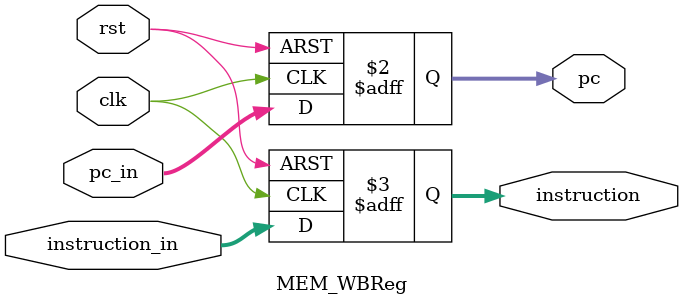
<source format=v>
`timescale 1ns/1ns

module MEM_WBReg (input clk, rst,input[31: 0] pc_in, instruction_in,
              output reg [31: 0] pc, instruction);

  always @ (posedge clk, posedge rst) begin
    if (rst) begin
      pc <= 0;
      instruction <= 0;
    end
    else if (clk) begin
      instruction <= instruction_in;
      pc <= pc_in;
    end
  end

endmodule



</source>
